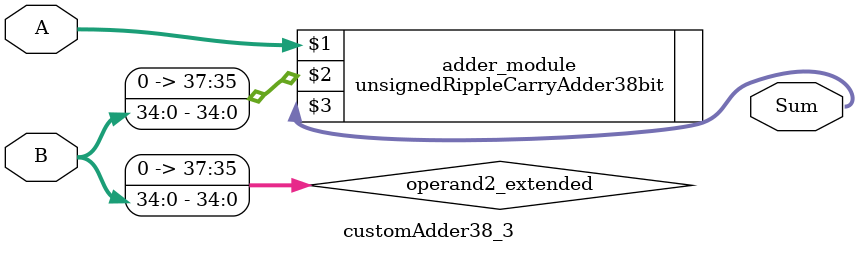
<source format=v>
module customAdder38_3(
                        input [37 : 0] A,
                        input [34 : 0] B,
                        
                        output [38 : 0] Sum
                );

        wire [37 : 0] operand2_extended;
        
        assign operand2_extended =  {3'b0, B};
        
        unsignedRippleCarryAdder38bit adder_module(
            A,
            operand2_extended,
            Sum
        );
        
        endmodule
        
</source>
